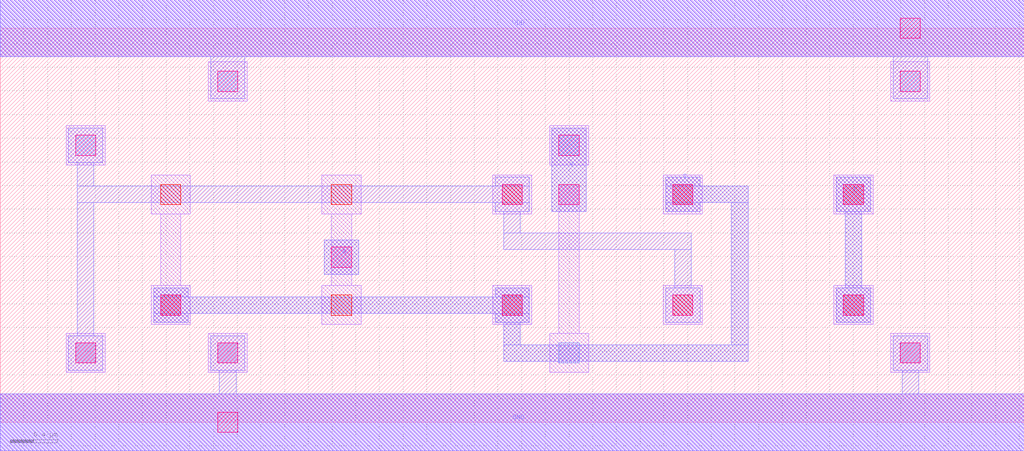
<source format=lef>
MACRO MUX2X1
 CLASS CORE ;
 FOREIGN MUX2X1 0 0 ;
 SIZE 8.64 BY 3.33 ;
 ORIGIN 0 0 ;
 SYMMETRY X Y R90 ;
 SITE unit ;
  PIN VDD
   DIRECTION INOUT ;
   USE POWER ;
   SHAPE ABUTMENT ;
    PORT
     CLASS CORE ;
       LAYER li1 ;
        RECT 0.00000000 3.09000000 8.64000000 3.57000000 ;
       LAYER met1 ;
        RECT 0.00000000 3.09000000 8.64000000 3.57000000 ;
    END
  END VDD

  PIN GND
   DIRECTION INOUT ;
   USE POWER ;
   SHAPE ABUTMENT ;
    PORT
     CLASS CORE ;
       LAYER li1 ;
        RECT 0.00000000 -0.24000000 8.64000000 0.24000000 ;
       LAYER met1 ;
        RECT 0.00000000 -0.24000000 8.64000000 0.24000000 ;
    END
  END GND

  PIN Y
   DIRECTION INOUT ;
   USE SIGNAL ;
   SHAPE ABUTMENT ;
    PORT
     CLASS CORE ;
       LAYER met1 ;
        RECT 4.65500000 1.78000000 4.94500000 2.48500000 ;
    END
  END Y

  PIN B
   DIRECTION INOUT ;
   USE SIGNAL ;
   SHAPE ABUTMENT ;
    PORT
     CLASS CORE ;
       LAYER met1 ;
        RECT 7.05500000 0.84500000 7.34500000 1.13500000 ;
        RECT 7.13000000 1.13500000 7.27000000 1.78000000 ;
        RECT 7.05500000 1.78000000 7.34500000 2.07000000 ;
    END
  END B

  PIN S
   DIRECTION INOUT ;
   USE SIGNAL ;
   SHAPE ABUTMENT ;
    PORT
     CLASS CORE ;
       LAYER met1 ;
        RECT 4.25000000 0.51500000 6.31000000 0.65500000 ;
        RECT 4.25000000 0.65500000 4.39000000 0.84500000 ;
        RECT 1.29500000 0.84500000 1.58500000 0.92000000 ;
        RECT 4.17500000 0.84500000 4.46500000 0.92000000 ;
        RECT 1.29500000 0.92000000 4.46500000 1.06000000 ;
        RECT 1.29500000 1.06000000 1.58500000 1.13500000 ;
        RECT 4.17500000 1.06000000 4.46500000 1.13500000 ;
        RECT 5.61500000 1.78000000 5.90500000 1.85500000 ;
        RECT 6.17000000 0.65500000 6.31000000 1.85500000 ;
        RECT 5.61500000 1.85500000 6.31000000 1.99500000 ;
        RECT 5.61500000 1.99500000 5.90500000 2.07000000 ;
    END
  END S

  PIN A
   DIRECTION INOUT ;
   USE SIGNAL ;
   SHAPE ABUTMENT ;
    PORT
     CLASS CORE ;
       LAYER met1 ;
        RECT 2.73500000 1.25000000 3.02500000 1.54000000 ;
    END
  END A

 OBS
    LAYER polycont ;
     RECT 1.35500000 0.90500000 1.52500000 1.07500000 ;
     RECT 2.79500000 0.90500000 2.96500000 1.07500000 ;
     RECT 4.23500000 0.90500000 4.40500000 1.07500000 ;
     RECT 5.67500000 0.90500000 5.84500000 1.07500000 ;
     RECT 7.11500000 0.90500000 7.28500000 1.07500000 ;
     RECT 1.35500000 1.84000000 1.52500000 2.01000000 ;
     RECT 2.79500000 1.84000000 2.96500000 2.01000000 ;
     RECT 4.23500000 1.84000000 4.40500000 2.01000000 ;
     RECT 5.67500000 1.84000000 5.84500000 2.01000000 ;
     RECT 7.11500000 1.84000000 7.28500000 2.01000000 ;

    LAYER pdiffc ;
     RECT 0.63500000 2.25500000 0.80500000 2.42500000 ;
     RECT 4.71500000 2.25500000 4.88500000 2.42500000 ;
     RECT 1.83500000 2.79500000 2.00500000 2.96500000 ;
     RECT 7.59500000 2.79500000 7.76500000 2.96500000 ;

    LAYER ndiffc ;
     RECT 0.63500000 0.50000000 0.80500000 0.67000000 ;
     RECT 1.83500000 0.50000000 2.00500000 0.67000000 ;
     RECT 4.71500000 0.50000000 4.88500000 0.67000000 ;
     RECT 7.59500000 0.50000000 7.76500000 0.67000000 ;

    LAYER li1 ;
     RECT 0.00000000 -0.24000000 8.64000000 0.24000000 ;
     RECT 0.55500000 0.42000000 0.88500000 0.75000000 ;
     RECT 1.75500000 0.42000000 2.08500000 0.75000000 ;
     RECT 7.51500000 0.42000000 7.84500000 0.75000000 ;
     RECT 4.15500000 0.82500000 4.48500000 1.15500000 ;
     RECT 5.59500000 0.82500000 5.92500000 1.15500000 ;
     RECT 7.03500000 0.82500000 7.36500000 1.15500000 ;
     RECT 4.63500000 0.42000000 4.96500000 0.75000000 ;
     RECT 4.71500000 0.75000000 4.88500000 2.01000000 ;
     RECT 1.27500000 0.82500000 1.60500000 1.15500000 ;
     RECT 1.35500000 1.15500000 1.52500000 1.76000000 ;
     RECT 1.27500000 1.76000000 1.60500000 2.09000000 ;
     RECT 2.71500000 0.82500000 3.04500000 1.15500000 ;
     RECT 2.79500000 1.15500000 2.96500000 1.76000000 ;
     RECT 2.71500000 1.76000000 3.04500000 2.09000000 ;
     RECT 4.15500000 1.76000000 4.48500000 2.09000000 ;
     RECT 5.59500000 1.76000000 5.92500000 2.09000000 ;
     RECT 7.03500000 1.76000000 7.36500000 2.09000000 ;
     RECT 0.55500000 2.17500000 0.88500000 2.50500000 ;
     RECT 4.63500000 2.17500000 4.96500000 2.50500000 ;
     RECT 1.75500000 2.71500000 2.08500000 3.04500000 ;
     RECT 7.51500000 2.71500000 7.84500000 3.04500000 ;
     RECT 0.00000000 3.09000000 8.64000000 3.57000000 ;

    LAYER viali ;
     RECT 1.83500000 -0.08500000 2.00500000 0.08500000 ;
     RECT 0.63500000 0.50000000 0.80500000 0.67000000 ;
     RECT 1.83500000 0.50000000 2.00500000 0.67000000 ;
     RECT 7.59500000 0.50000000 7.76500000 0.67000000 ;
     RECT 1.35500000 0.90500000 1.52500000 1.07500000 ;
     RECT 4.23500000 0.90500000 4.40500000 1.07500000 ;
     RECT 5.67500000 0.90500000 5.84500000 1.07500000 ;
     RECT 7.11500000 0.90500000 7.28500000 1.07500000 ;
     RECT 2.79500000 1.31000000 2.96500000 1.48000000 ;
     RECT 4.23500000 1.84000000 4.40500000 2.01000000 ;
     RECT 4.71500000 1.84000000 4.88500000 2.01000000 ;
     RECT 5.67500000 1.84000000 5.84500000 2.01000000 ;
     RECT 7.11500000 1.84000000 7.28500000 2.01000000 ;
     RECT 0.63500000 2.25500000 0.80500000 2.42500000 ;
     RECT 4.71500000 2.25500000 4.88500000 2.42500000 ;
     RECT 1.83500000 2.79500000 2.00500000 2.96500000 ;
     RECT 7.59500000 2.79500000 7.76500000 2.96500000 ;
     RECT 7.59500000 3.24500000 7.76500000 3.41500000 ;

    LAYER met1 ;
     RECT 0.00000000 -0.24000000 8.64000000 0.24000000 ;
     RECT 1.85000000 0.24000000 1.99000000 0.44000000 ;
     RECT 7.61000000 0.24000000 7.75000000 0.44000000 ;
     RECT 1.77500000 0.44000000 2.06500000 0.73000000 ;
     RECT 7.53500000 0.44000000 7.82500000 0.73000000 ;
     RECT 2.73500000 1.25000000 3.02500000 1.54000000 ;
     RECT 4.25000000 0.51500000 6.31000000 0.65500000 ;
     RECT 4.25000000 0.65500000 4.39000000 0.84500000 ;
     RECT 1.29500000 0.84500000 1.58500000 0.92000000 ;
     RECT 4.17500000 0.84500000 4.46500000 0.92000000 ;
     RECT 1.29500000 0.92000000 4.46500000 1.06000000 ;
     RECT 1.29500000 1.06000000 1.58500000 1.13500000 ;
     RECT 4.17500000 1.06000000 4.46500000 1.13500000 ;
     RECT 5.61500000 1.78000000 5.90500000 1.85500000 ;
     RECT 6.17000000 0.65500000 6.31000000 1.85500000 ;
     RECT 5.61500000 1.85500000 6.31000000 1.99500000 ;
     RECT 5.61500000 1.99500000 5.90500000 2.07000000 ;
     RECT 7.05500000 0.84500000 7.34500000 1.13500000 ;
     RECT 7.13000000 1.13500000 7.27000000 1.78000000 ;
     RECT 7.05500000 1.78000000 7.34500000 2.07000000 ;
     RECT 0.57500000 0.44000000 0.86500000 0.73000000 ;
     RECT 5.61500000 0.84500000 5.90500000 1.13500000 ;
     RECT 5.69000000 1.13500000 5.83000000 1.46000000 ;
     RECT 4.25000000 1.46000000 5.83000000 1.60000000 ;
     RECT 4.25000000 1.60000000 4.39000000 1.78000000 ;
     RECT 0.65000000 0.73000000 0.79000000 1.85500000 ;
     RECT 4.17500000 1.78000000 4.46500000 1.85500000 ;
     RECT 0.65000000 1.85500000 4.46500000 1.99500000 ;
     RECT 4.17500000 1.99500000 4.46500000 2.07000000 ;
     RECT 0.65000000 1.99500000 0.79000000 2.19500000 ;
     RECT 0.57500000 2.19500000 0.86500000 2.48500000 ;
     RECT 4.65500000 1.78000000 4.94500000 2.48500000 ;
     RECT 1.77500000 2.73500000 2.06500000 3.09000000 ;
     RECT 7.53500000 2.73500000 7.82500000 3.09000000 ;
     RECT 0.00000000 3.09000000 8.64000000 3.57000000 ;

 END
END MUX2X1

</source>
